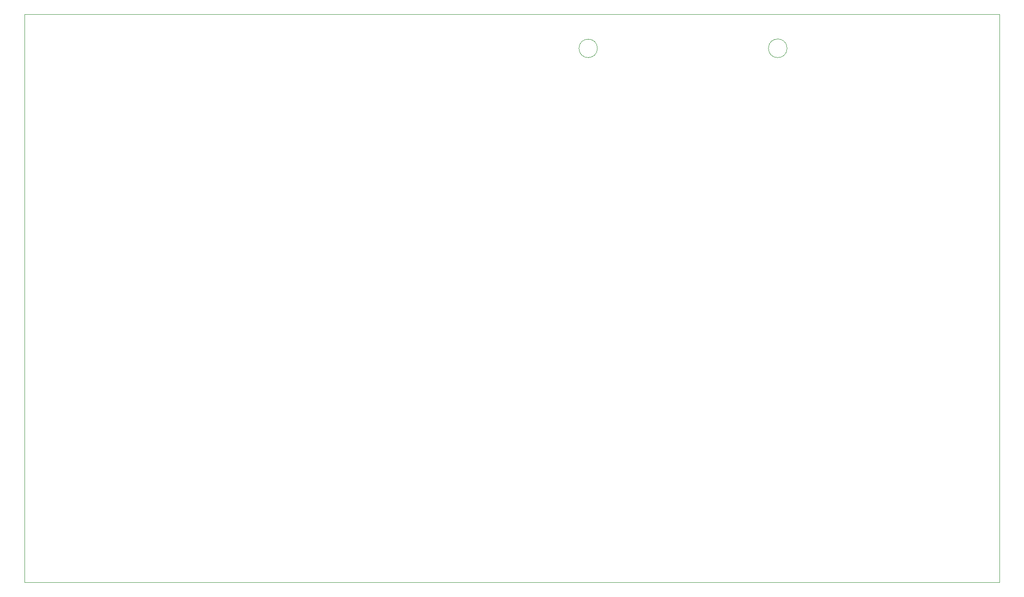
<source format=gbr>
%TF.GenerationSoftware,KiCad,Pcbnew,8.0.5*%
%TF.CreationDate,2024-09-23T23:51:48+09:00*%
%TF.ProjectId,MCU_Unit,4d43555f-556e-4697-942e-6b696361645f,rev?*%
%TF.SameCoordinates,Original*%
%TF.FileFunction,Profile,NP*%
%FSLAX46Y46*%
G04 Gerber Fmt 4.6, Leading zero omitted, Abs format (unit mm)*
G04 Created by KiCad (PCBNEW 8.0.5) date 2024-09-23 23:51:48*
%MOMM*%
%LPD*%
G01*
G04 APERTURE LIST*
%TA.AperFunction,Profile*%
%ADD10C,0.100000*%
%TD*%
G04 APERTURE END LIST*
D10*
X23400000Y-25600000D02*
X208500000Y-25600000D01*
X208500000Y-133600000D01*
X23400000Y-133600000D01*
X23400000Y-25600000D01*
X168200000Y-32077500D02*
G75*
G02*
X164660000Y-32077500I-1770000J0D01*
G01*
X164660000Y-32077500D02*
G75*
G02*
X168200000Y-32077500I1770000J0D01*
G01*
X132180000Y-32087500D02*
G75*
G02*
X128680000Y-32087500I-1750000J0D01*
G01*
X128680000Y-32087500D02*
G75*
G02*
X132180000Y-32087500I1750000J0D01*
G01*
M02*

</source>
